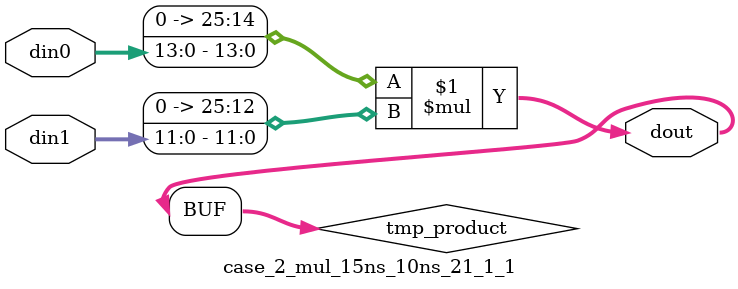
<source format=v>

`timescale 1 ns / 1 ps

 (* use_dsp = "no" *)  module case_2_mul_15ns_10ns_21_1_1(din0, din1, dout);
parameter ID = 1;
parameter NUM_STAGE = 0;
parameter din0_WIDTH = 14;
parameter din1_WIDTH = 12;
parameter dout_WIDTH = 26;

input [din0_WIDTH - 1 : 0] din0; 
input [din1_WIDTH - 1 : 0] din1; 
output [dout_WIDTH - 1 : 0] dout;

wire signed [dout_WIDTH - 1 : 0] tmp_product;
























assign tmp_product = $signed({1'b0, din0}) * $signed({1'b0, din1});











assign dout = tmp_product;





















endmodule

</source>
